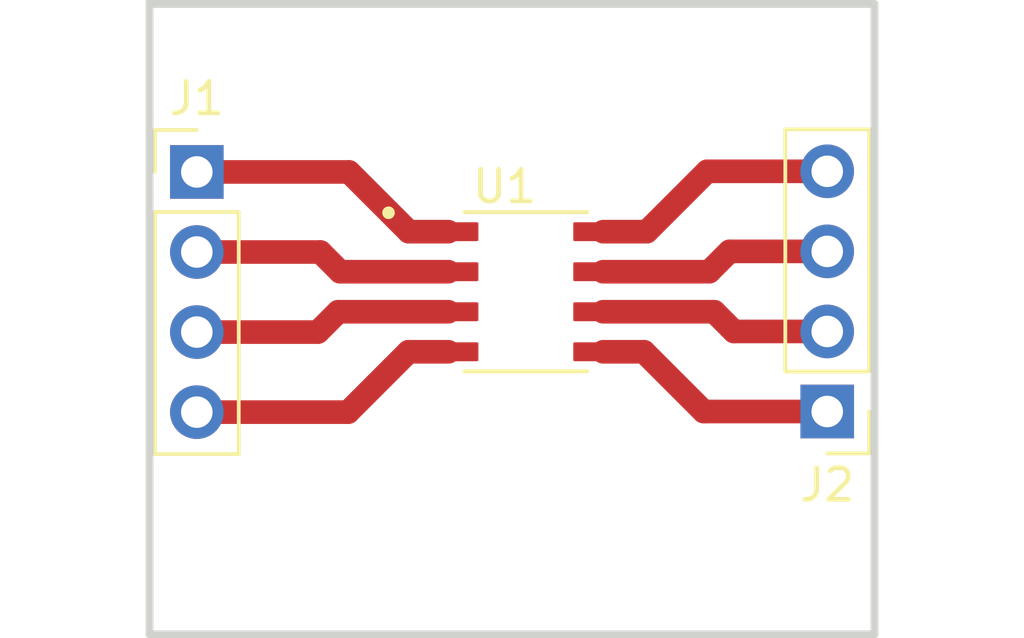
<source format=kicad_pcb>
(kicad_pcb (version 20221018) (generator pcbnew)
  (layers (0 "F.Cu" signal) (31 "B.Cu" signal) (34 "B.Paste" user) (35 "F.Paste" user) (36 "B.SilkS" user "B.Silkscreen") (37 "F.SilkS" user "F.Silkscreen") (38 "B.Mask" user) (39 "F.Mask" user) (44 "Edge.Cuts" user))
  (net 0 "")
  (net 1 "Net-(J1-Pin_1)")
  (net 2 "Net-(J1-Pin_2)")
  (net 3 "Net-(J1-Pin_3)")
  (net 4 "Net-(J2-Pin_1)")
  (net 5 "Net-(J2-Pin_2)")
  (net 6 "Net-(J2-Pin_3)")
  (net 7 "Net-(J2-Pin_4)")
  (net 8 "Net-(J1-Pin_4)")
  (footprint "Connector_PinHeader_2.54mm:PinHeader_1x04_P2.54mm_Vertical" (layer "F.Cu") (at 54.05 60.18)
    (fp_text reference "J1" (at 0 -2.33) (layer "F.SilkS"))
    (fp_text value "Conn_01x04_Pin")
    (fp_line (start -1.33 -1.33) (end 0 -1.33) (stroke (width 0.12)) (layer "F.SilkS"))
    (fp_line (start -1.33 0) (end -1.33 -1.33) (stroke (width 0.12)) (layer "F.SilkS"))
    (fp_line (start -1.33 1.27) (end -1.33 8.95) (stroke (width 0.12)) (layer "F.SilkS"))
    (fp_line (start -1.33 1.27) (end 1.33 1.27) (stroke (width 0.12)) (layer "F.SilkS"))
    (fp_line (start -1.33 8.95) (end 1.33 8.95) (stroke (width 0.12)) (layer "F.SilkS"))
    (fp_line (start 1.33 1.27) (end 1.33 8.95) (stroke (width 0.12)) (layer "F.SilkS"))
    (pad "1" thru_hole rect (at 0 0) (size 1.7 1.7) (drill 1) (layers "*.Cu" "*.Mask") (net 1 "Net-(J1-Pin_1)"))
    (pad "2" thru_hole oval (at 0 2.54) (size 1.7 1.7) (drill 1) (layers "*.Cu" "*.Mask") (net 2 "Net-(J1-Pin_2)"))
    (pad "3" thru_hole oval (at 0 5.08) (size 1.7 1.7) (drill 1) (layers "*.Cu" "*.Mask") (net 3 "Net-(J1-Pin_3)"))
    (pad "4" thru_hole oval (at 0 7.62) (size 1.7 1.7) (drill 1) (layers "*.Cu" "*.Mask") (net 8 "Net-(J1-Pin_4)"))
  )
  (footprint "MCP4821-E_SN:SOIC127P600X175-8N" (layer "F.Cu") (at 64.4875 63.98)
    (fp_text reference "U1" (at -0.675 -3.337) (layer "F.SilkS"))
    (fp_text value "MCP4821")
    (fp_line (start -1.95 -2.525) (end 1.95 -2.525) (stroke (width 0.127)) (layer "F.SilkS"))
    (fp_line (start -1.95 2.525) (end 1.95 2.525) (stroke (width 0.127)) (layer "F.SilkS"))
    (fp_circle (center -4.355 -2.505) (end -4.255 -2.505) (stroke (width 0.2)) (fill none) (layer "F.SilkS"))
    (pad "1" smd roundrect (at -2.455 -1.905) (size 1.9 0.6) (layers "F.Cu" "F.Paste" "F.Mask") (roundrect_rratio 0.07) (net 1 "Net-(J1-Pin_1)"))
    (pad "2" smd roundrect (at -2.455 -0.635) (size 1.9 0.6) (layers "F.Cu" "F.Paste" "F.Mask") (roundrect_rratio 0.07) (net 2 "Net-(J1-Pin_2)"))
    (pad "3" smd roundrect (at -2.455 0.635) (size 1.9 0.6) (layers "F.Cu" "F.Paste" "F.Mask") (roundrect_rratio 0.07) (net 3 "Net-(J1-Pin_3)"))
    (pad "4" smd roundrect (at -2.455 1.905) (size 1.9 0.6) (layers "F.Cu" "F.Paste" "F.Mask") (roundrect_rratio 0.07) (net 8 "Net-(J1-Pin_4)"))
    (pad "5" smd roundrect (at 2.455 1.905) (size 1.9 0.6) (layers "F.Cu" "F.Paste" "F.Mask") (roundrect_rratio 0.07) (net 4 "Net-(J2-Pin_1)"))
    (pad "6" smd roundrect (at 2.455 0.635) (size 1.9 0.6) (layers "F.Cu" "F.Paste" "F.Mask") (roundrect_rratio 0.07) (net 5 "Net-(J2-Pin_2)"))
    (pad "7" smd roundrect (at 2.455 -0.635) (size 1.9 0.6) (layers "F.Cu" "F.Paste" "F.Mask") (roundrect_rratio 0.07) (net 6 "Net-(J2-Pin_3)"))
    (pad "8" smd roundrect (at 2.455 -1.905) (size 1.9 0.6) (layers "F.Cu" "F.Paste" "F.Mask") (roundrect_rratio 0.07) (net 7 "Net-(J2-Pin_4)"))
  )
  (footprint "Connector_PinHeader_2.54mm:PinHeader_1x04_P2.54mm_Vertical" (layer "F.Cu") (at 74.05 67.78 180)
    (fp_text reference "J2" (at 0 -2.33) (layer "F.SilkS"))
    (fp_text value "Conn_01x04_Pin")
    (fp_line (start -1.33 -1.33) (end 0 -1.33) (stroke (width 0.12)) (layer "F.SilkS"))
    (fp_line (start -1.33 0) (end -1.33 -1.33) (stroke (width 0.12)) (layer "F.SilkS"))
    (fp_line (start -1.33 1.27) (end -1.33 8.95) (stroke (width 0.12)) (layer "F.SilkS"))
    (fp_line (start -1.33 1.27) (end 1.33 1.27) (stroke (width 0.12)) (layer "F.SilkS"))
    (fp_line (start -1.33 8.95) (end 1.33 8.95) (stroke (width 0.12)) (layer "F.SilkS"))
    (fp_line (start 1.33 1.27) (end 1.33 8.95) (stroke (width 0.12)) (layer "F.SilkS"))
    (pad "1" thru_hole rect (at 0 0 180) (size 1.7 1.7) (drill 1) (layers "*.Cu" "*.Mask") (net 4 "Net-(J2-Pin_1)"))
    (pad "2" thru_hole oval (at 0 2.54 180) (size 1.7 1.7) (drill 1) (layers "*.Cu" "*.Mask") (net 5 "Net-(J2-Pin_2)"))
    (pad "3" thru_hole oval (at 0 5.08 180) (size 1.7 1.7) (drill 1) (layers "*.Cu" "*.Mask") (net 6 "Net-(J2-Pin_3)"))
    (pad "4" thru_hole oval (at 0 7.62 180) (size 1.7 1.7) (drill 1) (layers "*.Cu" "*.Mask") (net 7 "Net-(J2-Pin_4)"))
  )
  (gr_rect (start 52.55 54.85) (end 75.55 74.85) (stroke (width 0.25)) (fill none) (layer "Edge.Cuts"))
  (segment (start 62.0325 62.075) (end 60.775 62.075) (width 0.75) (layer "F.Cu") (net 1))
  (segment (start 60.775 62.075) (end 58.88 60.18) (width 0.75) (layer "F.Cu") (net 1))
  (segment (start 58.88 60.18) (end 54.05 60.18) (width 0.75) (layer "F.Cu") (net 1))
  (segment (start 54.05 62.72) (end 57.97 62.72) (width 0.75) (layer "F.Cu") (net 2))
  (segment (start 57.97 62.72) (end 58.595 63.345) (width 0.75) (layer "F.Cu") (net 2))
  (segment (start 58.595 63.345) (end 62.0325 63.345) (width 0.75) (layer "F.Cu") (net 2))
  (segment (start 54.05 65.26) (end 57.89 65.26) (width 0.75) (layer "F.Cu") (net 3))
  (segment (start 57.89 65.26) (end 58.535 64.615) (width 0.75) (layer "F.Cu") (net 3))
  (segment (start 58.535 64.615) (end 62.0325 64.615) (width 0.75) (layer "F.Cu") (net 3))
  (segment (start 70.13 67.78) (end 74.05 67.78) (width 0.75) (layer "F.Cu") (net 4))
  (segment (start 68.235 65.885) (end 70.13 67.78) (width 0.75) (layer "F.Cu") (net 4))
  (segment (start 66.9425 65.885) (end 68.235 65.885) (width 0.75) (layer "F.Cu") (net 4))
  (segment (start 66.9425 64.615) (end 70.465 64.615) (width 0.75) (layer "F.Cu") (net 5))
  (segment (start 71.09 65.24) (end 74.05 65.24) (width 0.75) (layer "F.Cu") (net 5))
  (segment (start 70.465 64.615) (end 71.09 65.24) (width 0.75) (layer "F.Cu") (net 5))
  (segment (start 70.95 62.7) (end 74.05 62.7) (width 0.75) (layer "F.Cu") (net 6))
  (segment (start 66.9425 63.345) (end 70.305 63.345) (width 0.75) (layer "F.Cu") (net 6))
  (segment (start 70.305 63.345) (end 70.95 62.7) (width 0.75) (layer "F.Cu") (net 6))
  (segment (start 68.325 62.075) (end 70.24 60.16) (width 0.75) (layer "F.Cu") (net 7))
  (segment (start 66.9425 62.075) (end 68.325 62.075) (width 0.75) (layer "F.Cu") (net 7))
  (segment (start 70.24 60.16) (end 74.05 60.16) (width 0.75) (layer "F.Cu") (net 7))
  (segment (start 58.85 67.8) (end 60.765 65.885) (width 0.75) (layer "F.Cu") (net 8))
  (segment (start 54.05 67.8) (end 58.85 67.8) (width 0.75) (layer "F.Cu") (net 8))
  (segment (start 60.765 65.885) (end 62.0325 65.885) (width 0.75) (layer "F.Cu") (net 8))
)
</source>
